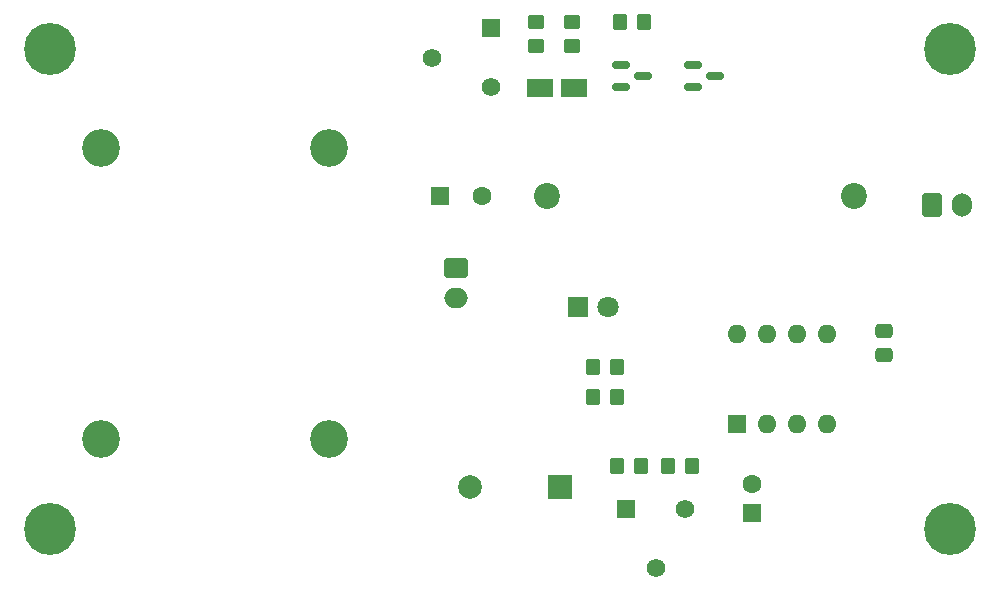
<source format=gts>
G04 #@! TF.GenerationSoftware,KiCad,Pcbnew,(6.0.9)*
G04 #@! TF.CreationDate,2022-11-23T08:11:33+08:00*
G04 #@! TF.ProjectId,low_battery_voltage_alarm,6c6f775f-6261-4747-9465-72795f766f6c,rev?*
G04 #@! TF.SameCoordinates,Original*
G04 #@! TF.FileFunction,Soldermask,Top*
G04 #@! TF.FilePolarity,Negative*
%FSLAX46Y46*%
G04 Gerber Fmt 4.6, Leading zero omitted, Abs format (unit mm)*
G04 Created by KiCad (PCBNEW (6.0.9)) date 2022-11-23 08:11:33*
%MOMM*%
%LPD*%
G01*
G04 APERTURE LIST*
G04 Aperture macros list*
%AMRoundRect*
0 Rectangle with rounded corners*
0 $1 Rounding radius*
0 $2 $3 $4 $5 $6 $7 $8 $9 X,Y pos of 4 corners*
0 Add a 4 corners polygon primitive as box body*
4,1,4,$2,$3,$4,$5,$6,$7,$8,$9,$2,$3,0*
0 Add four circle primitives for the rounded corners*
1,1,$1+$1,$2,$3*
1,1,$1+$1,$4,$5*
1,1,$1+$1,$6,$7*
1,1,$1+$1,$8,$9*
0 Add four rect primitives between the rounded corners*
20,1,$1+$1,$2,$3,$4,$5,0*
20,1,$1+$1,$4,$5,$6,$7,0*
20,1,$1+$1,$6,$7,$8,$9,0*
20,1,$1+$1,$8,$9,$2,$3,0*%
G04 Aperture macros list end*
%ADD10RoundRect,0.250000X-0.600000X-0.750000X0.600000X-0.750000X0.600000X0.750000X-0.600000X0.750000X0*%
%ADD11O,1.700000X2.000000*%
%ADD12RoundRect,0.150000X-0.587500X-0.150000X0.587500X-0.150000X0.587500X0.150000X-0.587500X0.150000X0*%
%ADD13R,2.000000X2.000000*%
%ADD14C,2.000000*%
%ADD15RoundRect,0.250000X-0.475000X0.337500X-0.475000X-0.337500X0.475000X-0.337500X0.475000X0.337500X0*%
%ADD16RoundRect,0.250000X0.350000X0.450000X-0.350000X0.450000X-0.350000X-0.450000X0.350000X-0.450000X0*%
%ADD17RoundRect,0.250000X-0.350000X-0.450000X0.350000X-0.450000X0.350000X0.450000X-0.350000X0.450000X0*%
%ADD18R,1.600000X1.600000*%
%ADD19C,1.600000*%
%ADD20O,1.600000X1.600000*%
%ADD21R,1.560000X1.560000*%
%ADD22C,1.560000*%
%ADD23RoundRect,0.250000X0.450000X-0.350000X0.450000X0.350000X-0.450000X0.350000X-0.450000X-0.350000X0*%
%ADD24C,2.200000*%
%ADD25RoundRect,0.250000X-0.750000X0.600000X-0.750000X-0.600000X0.750000X-0.600000X0.750000X0.600000X0*%
%ADD26O,2.000000X1.700000*%
%ADD27C,3.200000*%
%ADD28C,4.400000*%
%ADD29RoundRect,0.250000X-0.550000X-0.550000X0.550000X-0.550000X0.550000X0.550000X-0.550000X0.550000X0*%
%ADD30R,2.200000X1.500000*%
%ADD31R,1.800000X1.800000*%
%ADD32C,1.800000*%
G04 APERTURE END LIST*
D10*
X169204000Y-90424000D03*
D11*
X171704000Y-90424000D03*
D12*
X142826500Y-78552000D03*
X142826500Y-80452000D03*
X144701500Y-79502000D03*
D13*
X137668000Y-114300000D03*
D14*
X130068000Y-114300000D03*
D15*
X165100000Y-101070500D03*
X165100000Y-103145500D03*
D16*
X144510000Y-112522000D03*
X142510000Y-112522000D03*
D17*
X140494000Y-106680000D03*
X142494000Y-106680000D03*
D18*
X153924000Y-116521100D03*
D19*
X153924000Y-114021100D03*
D18*
X152664000Y-108956000D03*
D20*
X155204000Y-108956000D03*
X157744000Y-108956000D03*
X160284000Y-108956000D03*
X160284000Y-101336000D03*
X157744000Y-101336000D03*
X155204000Y-101336000D03*
X152664000Y-101336000D03*
D21*
X143296000Y-116124000D03*
D22*
X145796000Y-121124000D03*
X148296000Y-116124000D03*
D23*
X138684000Y-76946000D03*
X138684000Y-74946000D03*
D24*
X136606000Y-89662000D03*
X162606000Y-89662000D03*
D25*
X128850000Y-95778000D03*
D26*
X128850000Y-98278000D03*
D23*
X135636000Y-76946000D03*
X135636000Y-74946000D03*
D27*
X98806000Y-85598000D03*
D28*
X94488000Y-117856000D03*
X170688000Y-117856000D03*
X94488000Y-77216000D03*
X170688000Y-77216000D03*
D29*
X127486000Y-89662000D03*
D19*
X131086000Y-89662000D03*
D27*
X98806000Y-110236000D03*
X118110000Y-85598000D03*
X118110000Y-110236000D03*
D16*
X148828000Y-112522000D03*
X146828000Y-112522000D03*
D30*
X135964000Y-80518000D03*
X138864000Y-80518000D03*
D17*
X140494000Y-104140000D03*
X142494000Y-104140000D03*
D31*
X139187000Y-99060000D03*
D32*
X141727000Y-99060000D03*
D21*
X131826000Y-75438000D03*
D22*
X126826000Y-77938000D03*
X131826000Y-80438000D03*
D12*
X148922500Y-78552000D03*
X148922500Y-80452000D03*
X150797500Y-79502000D03*
D17*
X142764000Y-74930000D03*
X144764000Y-74930000D03*
M02*

</source>
